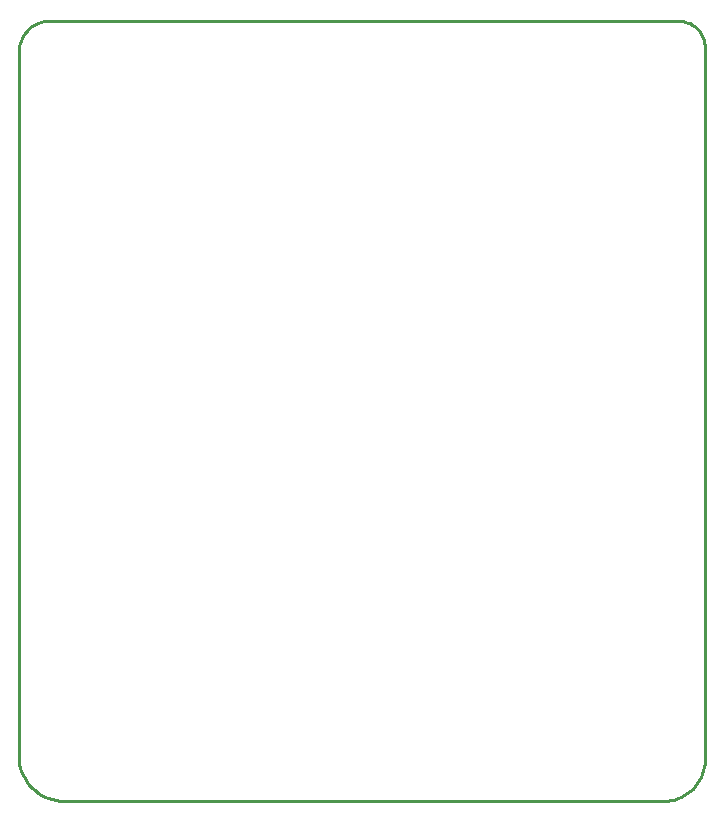
<source format=gbr>
G04 EAGLE Gerber RS-274X export*
G75*
%MOMM*%
%FSLAX34Y34*%
%LPD*%
%IN*%
%IPPOS*%
%AMOC8*
5,1,8,0,0,1.08239X$1,22.5*%
G01*
%ADD10C,0.254000*%


D10*
X0Y38100D02*
X145Y34779D01*
X579Y31484D01*
X1298Y28239D01*
X2298Y25069D01*
X3570Y21998D01*
X5104Y19050D01*
X6890Y16247D01*
X8914Y13610D01*
X11159Y11159D01*
X13610Y8914D01*
X16247Y6890D01*
X19050Y5104D01*
X21998Y3570D01*
X25069Y2298D01*
X28239Y1298D01*
X31484Y579D01*
X34779Y145D01*
X38100Y0D01*
X546100Y0D01*
X549133Y132D01*
X552143Y529D01*
X555107Y1186D01*
X558002Y2099D01*
X560807Y3261D01*
X563500Y4662D01*
X566060Y6294D01*
X568469Y8142D01*
X570707Y10193D01*
X572758Y12431D01*
X574607Y14840D01*
X576238Y17400D01*
X577640Y20093D01*
X578801Y22898D01*
X579714Y25793D01*
X580371Y28757D01*
X580768Y31767D01*
X580900Y34800D01*
X580900Y638200D01*
X580816Y640126D01*
X580564Y642038D01*
X580147Y643920D01*
X579567Y645759D01*
X578829Y647540D01*
X577939Y649250D01*
X576903Y650876D01*
X575730Y652406D01*
X574427Y653827D01*
X573006Y655130D01*
X571476Y656303D01*
X569850Y657339D01*
X568140Y658229D01*
X566359Y658967D01*
X564520Y659547D01*
X562638Y659964D01*
X560726Y660216D01*
X558800Y660300D01*
X25400Y660300D01*
X23186Y660203D01*
X20989Y659914D01*
X18826Y659435D01*
X16713Y658768D01*
X14666Y657920D01*
X12700Y656897D01*
X10831Y655706D01*
X9073Y654358D01*
X7440Y652861D01*
X5942Y651227D01*
X4594Y649469D01*
X3403Y647600D01*
X2380Y645635D01*
X1532Y643587D01*
X865Y641474D01*
X386Y639311D01*
X97Y637114D01*
X0Y634900D01*
X0Y38100D01*
M02*

</source>
